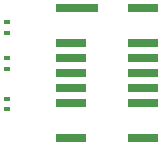
<source format=gbr>
G04 #@! TF.FileFunction,Paste,Top*
%FSLAX46Y46*%
G04 Gerber Fmt 4.6, Leading zero omitted, Abs format (unit mm)*
G04 Created by KiCad (PCBNEW 4.0.7-e2-6376~58~ubuntu16.04.1) date Wed Aug  1 22:41:23 2018*
%MOMM*%
%LPD*%
G01*
G04 APERTURE LIST*
%ADD10C,0.100000*%
%ADD11R,0.600000X0.400000*%
%ADD12R,3.600000X0.800000*%
%ADD13R,2.600000X0.700000*%
%ADD14R,2.600000X0.800000*%
G04 APERTURE END LIST*
D10*
D11*
X153450000Y-100375000D03*
X153450000Y-101275000D03*
X153450000Y-96950000D03*
X153450000Y-97850000D03*
X153450000Y-93875000D03*
X153450000Y-94775000D03*
D12*
X159325000Y-92675000D03*
D13*
X158825000Y-98175000D03*
X158825000Y-99445000D03*
X158825000Y-100715000D03*
X158825000Y-96905000D03*
X158825000Y-95635000D03*
X164925000Y-95635000D03*
X164925000Y-100715000D03*
X164925000Y-99445000D03*
X164925000Y-98175000D03*
X164925000Y-96905000D03*
D14*
X164925000Y-92675000D03*
X164925000Y-103675000D03*
X158825000Y-103675000D03*
M02*

</source>
